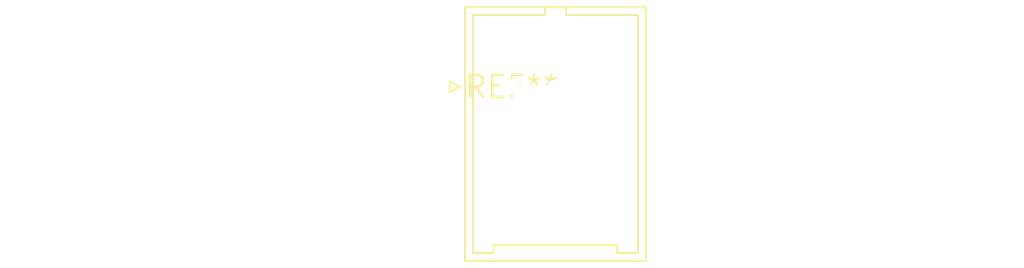
<source format=kicad_pcb>
(kicad_pcb (version 20240108) (generator pcbnew)
  (layers (0 "F.Cu" signal) (31 "B.Cu" signal) (34 "B.Paste" user) (35 "F.Paste" user) (36 "B.SilkS" user "B.Silkscreen") (37 "F.SilkS" user "F.Silkscreen") (38 "B.Mask" user) (39 "F.Mask" user) (44 "Edge.Cuts" user))
  (net 0 "")
  (footprint "JST_J2100_B06B-J21DK-GGXR_2x03_P2.50x4.00mm_Vertical" (layer "F.Cu") (at 0 0)
    (property "Reference" "REF**")
    (property "Value" "JST_J2100_B06B-J21DK-GGXR_2x03_P2.50x4.00mm_Vertical")
    (fp_line (start -3.6 -0.3) (end -3 0) (layer "F.SilkS") (stroke (width 0.12)))
    (fp_line (start -3.6 0.3) (end -3.6 -0.3) (layer "F.SilkS") (stroke (width 0.12)))
    (fp_line (start -3 0) (end -3.6 0.3) (layer "F.SilkS") (stroke (width 0.12)))
    (fp_line (start -2.71 -4.59) (end -2.71 10.03) (layer "F.SilkS") (stroke (width 0.12)))
    (fp_line (start -2.71 10.03) (end 7.71 10.03) (layer "F.SilkS") (stroke (width 0.12)))
    (fp_line (start -2.26 -4.14) (end -2.26 9.58) (layer "F.SilkS") (stroke (width 0.12)))
    (fp_line (start -2.26 9.58) (end -1.06 9.58) (layer "F.SilkS") (stroke (width 0.12)))
    (fp_line (start -1.06 9.13) (end 2.5 9.13) (layer "F.SilkS") (stroke (width 0.12)))
    (fp_line (start -1.06 9.58) (end -1.06 9.13) (layer "F.SilkS") (stroke (width 0.12)))
    (fp_line (start 1.9 -4.59) (end 1.9 -4.14) (layer "F.SilkS") (stroke (width 0.12)))
    (fp_line (start 1.9 -4.14) (end -2.26 -4.14) (layer "F.SilkS") (stroke (width 0.12)))
    (fp_line (start 3.1 -4.59) (end 3.1 -4.14) (layer "F.SilkS") (stroke (width 0.12)))
    (fp_line (start 3.1 -4.14) (end 7.26 -4.14) (layer "F.SilkS") (stroke (width 0.12)))
    (fp_line (start 6.06 9.13) (end 2.5 9.13) (layer "F.SilkS") (stroke (width 0.12)))
    (fp_line (start 6.06 9.58) (end 6.06 9.13) (layer "F.SilkS") (stroke (width 0.12)))
    (fp_line (start 7.26 -4.14) (end 7.26 9.58) (layer "F.SilkS") (stroke (width 0.12)))
    (fp_line (start 7.26 9.58) (end 6.06 9.58) (layer "F.SilkS") (stroke (width 0.12)))
    (fp_line (start 7.71 -4.59) (end -2.71 -4.59) (layer "F.SilkS") (stroke (width 0.12)))
    (fp_line (start 7.71 10.03) (end 7.71 -4.59) (layer "F.SilkS") (stroke (width 0.12)))
    (pad "" thru_hole circle (at 0 7.3) (size 3 3) (drill 2) (layers *.Cu *.Mask) (remove_unused_layers))
    (pad "" thru_hole circle (at 5 7.3) (size 3 3) (drill 2) (layers *.Cu *.Mask) (remove_unused_layers))
    (pad "1" thru_hole roundrect (at 0 0) (size 1.7 1.86) (drill 0.86) (layers *.Cu *.Mask) (remove_unused_layers) (roundrect_rratio 0.147059))
    (pad "2" thru_hole oval (at 2.5 0) (size 1.7 1.86) (drill 0.86) (layers *.Cu *.Mask) (remove_unused_layers))
    (pad "3" thru_hole oval (at 5 0) (size 1.7 1.86) (drill 0.86) (layers *.Cu *.Mask) (remove_unused_layers))
    (pad "4" thru_hole oval (at 0 4) (size 1.7 1.86) (drill 0.86) (layers *.Cu *.Mask) (remove_unused_layers))
    (pad "5" thru_hole oval (at 2.5 4) (size 1.7 1.86) (drill 0.86) (layers *.Cu *.Mask) (remove_unused_layers))
    (pad "6" thru_hole oval (at 5 4) (size 1.7 1.86) (drill 0.86) (layers *.Cu *.Mask) (remove_unused_layers))
  )
)
</source>
